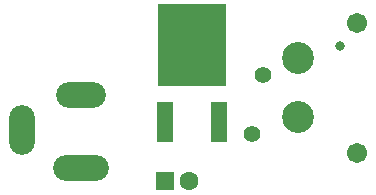
<source format=gts>
G04*
G04 #@! TF.GenerationSoftware,Altium Limited,Altium NEXUS,4.0.8 (67)*
G04*
G04 Layer_Color=8388736*
%FSLAX44Y44*%
%MOMM*%
G71*
G04*
G04 #@! TF.SameCoordinates,A6274CC6-94C6-42B1-B2ED-8DB77C6F39E9*
G04*
G04*
G04 #@! TF.FilePolarity,Negative*
G04*
G01*
G75*
%ADD16R,1.4532X3.5032*%
%ADD17R,5.7532X6.9032*%
%ADD18C,1.7032*%
%ADD19C,2.7032*%
%ADD20C,1.6016*%
%ADD21R,1.6016X1.6016*%
%ADD22C,1.4032*%
%ADD23O,2.2032X4.2032*%
%ADD24O,4.2032X2.2032*%
%ADD25O,4.7032X2.2032*%
%ADD26C,0.8032*%
D16*
X396100Y1151500D02*
D03*
X441900D02*
D03*
D17*
X419000Y1217000D02*
D03*
D18*
X559000Y1126000D02*
D03*
Y1236000D02*
D03*
D19*
X509000Y1156000D02*
D03*
Y1206000D02*
D03*
D20*
X416000Y1102000D02*
D03*
D21*
X396000D02*
D03*
D22*
X479000Y1192000D02*
D03*
X470000Y1142000D02*
D03*
D23*
X275000Y1145000D02*
D03*
D24*
X325000Y1175000D02*
D03*
D25*
Y1113000D02*
D03*
D26*
X544000Y1216000D02*
D03*
M02*

</source>
